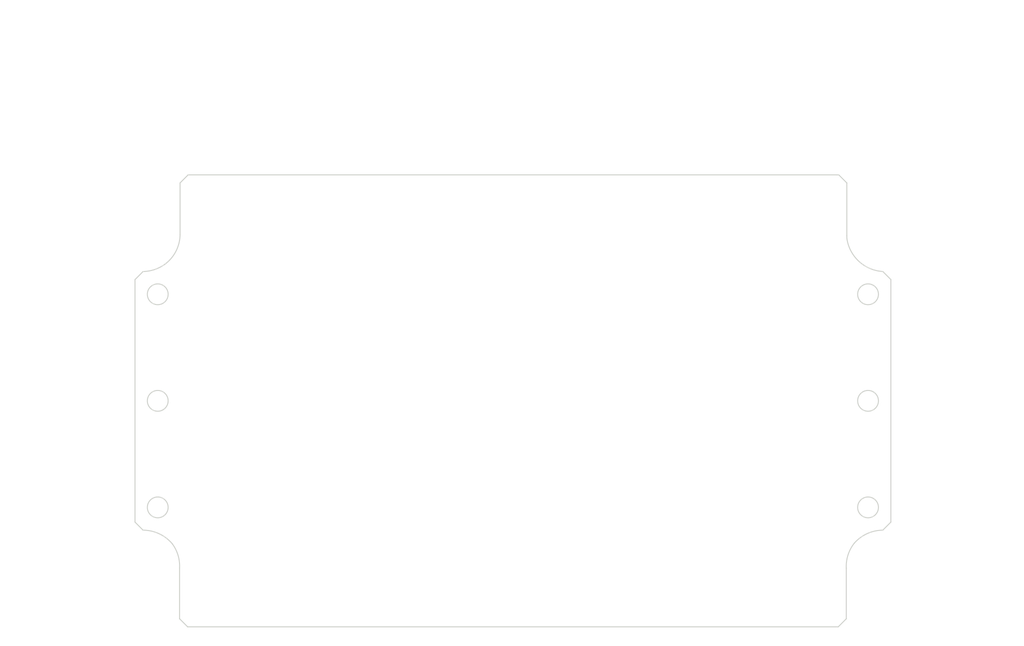
<source format=kicad_pcb>
(kicad_pcb (version 20171130) (host pcbnew "(5.1.0)-1")

  (general
    (thickness 1.6)
    (drawings 113)
    (tracks 0)
    (zones 0)
    (modules 0)
    (nets 1)
  )

  (page A4)
  (layers
    (0 F.Cu signal)
    (31 B.Cu signal)
    (32 B.Adhes user)
    (33 F.Adhes user)
    (34 B.Paste user)
    (35 F.Paste user)
    (36 B.SilkS user)
    (37 F.SilkS user)
    (38 B.Mask user)
    (39 F.Mask user)
    (40 Dwgs.User user)
    (41 Cmts.User user)
    (42 Eco1.User user)
    (43 Eco2.User user)
    (44 Edge.Cuts user)
    (45 Margin user)
    (46 B.CrtYd user)
    (47 F.CrtYd user)
    (48 B.Fab user)
    (49 F.Fab user)
  )

  (setup
    (last_trace_width 0.25)
    (trace_clearance 0.2)
    (zone_clearance 0.508)
    (zone_45_only no)
    (trace_min 0.2)
    (via_size 0.8)
    (via_drill 0.4)
    (via_min_size 0.4)
    (via_min_drill 0.3)
    (uvia_size 0.3)
    (uvia_drill 0.1)
    (uvias_allowed no)
    (uvia_min_size 0.2)
    (uvia_min_drill 0.1)
    (edge_width 0.05)
    (segment_width 0.2)
    (pcb_text_width 0.3)
    (pcb_text_size 1.5 1.5)
    (mod_edge_width 0.12)
    (mod_text_size 1 1)
    (mod_text_width 0.15)
    (pad_size 1.524 1.524)
    (pad_drill 0.762)
    (pad_to_mask_clearance 0.051)
    (solder_mask_min_width 0.25)
    (aux_axis_origin 0 0)
    (visible_elements FFFFFF7F)
    (pcbplotparams
      (layerselection 0x010fc_ffffffff)
      (usegerberextensions false)
      (usegerberattributes false)
      (usegerberadvancedattributes false)
      (creategerberjobfile false)
      (excludeedgelayer true)
      (linewidth 0.152400)
      (plotframeref false)
      (viasonmask false)
      (mode 1)
      (useauxorigin false)
      (hpglpennumber 1)
      (hpglpenspeed 20)
      (hpglpendiameter 15.000000)
      (psnegative false)
      (psa4output false)
      (plotreference true)
      (plotvalue true)
      (plotinvisibletext false)
      (padsonsilk false)
      (subtractmaskfromsilk false)
      (outputformat 1)
      (mirror false)
      (drillshape 1)
      (scaleselection 1)
      (outputdirectory ""))
  )

  (net 0 "")

  (net_class Default "This is the default net class."
    (clearance 0.2)
    (trace_width 0.25)
    (via_dia 0.8)
    (via_drill 0.4)
    (uvia_dia 0.3)
    (uvia_drill 0.1)
  )

  (gr_circle (center 77.821947 87.458001) (end 79.871947 87.458001) (layer Edge.Cuts) (width 0.2))
  (gr_circle (center 217.821947 129.458) (end 219.871947 129.458) (layer Edge.Cuts) (width 0.2))
  (gr_circle (center 77.821947 129.458) (end 79.871947 129.458) (layer Edge.Cuts) (width 0.2))
  (gr_circle (center 217.821947 87.458001) (end 219.871947 87.458001) (layer Edge.Cuts) (width 0.2))
  (gr_circle (center 77.821947 108.458) (end 79.871947 108.458) (layer Edge.Cuts) (width 0.2))
  (gr_circle (center 217.821947 108.458) (end 219.871947 108.458) (layer Edge.Cuts) (width 0.2))
  (gr_arc (start 74.841834 75.603324) (end 79.284993 81.497545) (angle -52.59503464) (layer Edge.Cuts) (width 0.2))
  (gr_line (start 82.222952 65.505023) (end 82.222952 75.654261) (layer Edge.Cuts) (width 0.2))
  (gr_line (start 212.046605 63.917523) (end 83.810452 63.917523) (layer Edge.Cuts) (width 0.2))
  (gr_arc (start 221.00251 75.889593) (end 213.634105 75.889593) (angle -4.867330186) (layer Edge.Cuts) (width 0.2))
  (gr_arc (start 221.167745 75.384102) (end 213.660677 76.514793) (angle -78.1132739) (layer Edge.Cuts) (width 0.2))
  (gr_arc (start 220.890807 141.078107) (end 215.102885 136.523257) (angle -41.23158714) (layer Edge.Cuts) (width 0.2))
  (gr_line (start 213.53587 151.410978) (end 213.53587 141.467468) (layer Edge.Cuts) (width 0.2))
  (gr_arc (start 74.770504 141.020091) (end 82.124717 141.404347) (angle -39.69030721) (layer Edge.Cuts) (width 0.2))
  (gr_arc (start 74.906142 141.513533) (end 80.675027 136.619102) (angle -49.52184005) (layer Edge.Cuts) (width 0.2))
  (gr_line (start 73.340595 84.55994) (end 73.340595 132.36065) (layer Edge.Cuts) (width 0.2))
  (gr_line (start 213.634105 75.889593) (end 213.634105 65.505023) (layer Edge.Cuts) (width 0.2))
  (gr_line (start 83.712217 152.998478) (end 211.94837 152.998478) (layer Edge.Cuts) (width 0.2))
  (gr_line (start 82.124717 141.404347) (end 82.124717 151.410978) (layer Edge.Cuts) (width 0.2))
  (gr_line (start 222.315404 132.361252) (end 222.315404 84.55059) (layer Edge.Cuts) (width 0.2))
  (gr_arc (start 220.792361 141.521868) (end 220.727904 133.948752) (angle -48.21073438) (layer Edge.Cuts) (width 0.2))
  (gr_arc (start 74.781071 75.365457) (end 74.928095 82.97244) (angle -35.18944546) (layer Edge.Cuts) (width 0.2))
  (gr_line (start 83.810452 63.917523) (end 82.222952 65.505023) (layer Edge.Cuts) (width 0.2))
  (gr_line (start 213.634105 65.505023) (end 212.046605 63.917523) (layer Edge.Cuts) (width 0.2))
  (gr_line (start 82.124717 151.410978) (end 83.712217 152.998478) (layer Edge.Cuts) (width 0.2))
  (gr_line (start 211.94837 152.998478) (end 213.53587 151.410978) (layer Edge.Cuts) (width 0.2))
  (gr_line (start 220.727904 133.948752) (end 222.315404 132.361252) (layer Edge.Cuts) (width 0.2))
  (gr_line (start 73.340595 132.36065) (end 74.928095 133.94815) (layer Edge.Cuts) (width 0.2))
  (gr_line (start 222.315404 84.55059) (end 220.727904 82.96309) (layer Edge.Cuts) (width 0.2))
  (gr_line (start 74.928095 82.97244) (end 73.340595 84.55994) (layer Edge.Cuts) (width 0.2))
  (gr_text [.83] (at 227.821947 99.847462) (layer Dwgs.User)
    (effects (font (size 1.7 1.53) (thickness 0.2125)))
  )
  (gr_text " 21.00" (at 227.821947 96.290026) (layer Dwgs.User)
    (effects (font (size 1.7 1.53) (thickness 0.2125)))
  )
  (gr_line (start 227.821947 106.458) (end 227.821947 101.515436) (layer Dwgs.User) (width 0.2))
  (gr_line (start 227.821947 89.458) (end 227.821947 94.400565) (layer Dwgs.User) (width 0.2))
  (gr_line (start 218.821947 108.458) (end 230.996947 108.458) (layer Dwgs.User) (width 0.2))
  (gr_line (start 218.821947 87.458001) (end 230.996947 87.458001) (layer Dwgs.User) (width 0.2))
  (gr_text "1.59 X 45.0° Chamfer" (at 222.459165 156.420817) (layer Dwgs.User)
    (effects (font (size 1.7 1.53) (thickness 0.2125)) (justify left bottom))
  )
  (gr_line (start 218.888524 155.541663) (end 221.388524 155.541663) (layer Dwgs.User) (width 0.2))
  (gr_line (start 214.939206 153.397545) (end 218.888524 155.541663) (layer Dwgs.User) (width 0.2))
  (gr_line (start 214.700643 153.836962) (end 215.177769 152.958127) (layer Dwgs.User) (width 0.2))
  (gr_line (start 212.74212 152.204728) (end 214.700643 153.836962) (layer Dwgs.User) (width 0.2))
  (gr_line (start 215.177769 152.958127) (end 212.74212 152.204728) (layer Dwgs.User) (width 0.2))
  (gr_line (start 214.700647 153.836961) (end 215.17777 152.958127) (layer Dwgs.User) (width 0.2))
  (gr_line (start 212.742124 152.204729) (end 214.700647 153.836961) (layer Dwgs.User) (width 0.2))
  (gr_line (start 215.17777 152.958127) (end 212.742124 152.204729) (layer Dwgs.User) (width 0.2))
  (gr_line (start 214.939206 153.397545) (end 212.74212 152.204728) (layer Dwgs.User) (width 0.2))
  (gr_text [5.51] (at 140.367299 48.261384) (layer Dwgs.User)
    (effects (font (size 1.7 1.53) (thickness 0.2125)))
  )
  (gr_text " 140.00" (at 140.367299 44.703949) (layer Dwgs.User)
    (effects (font (size 1.7 1.53) (thickness 0.2125)))
  )
  (gr_line (start 215.821947 46.371923) (end 145.072313 46.371923) (layer Dwgs.User) (width 0.2))
  (gr_line (start 79.821947 46.371923) (end 135.662285 46.371923) (layer Dwgs.User) (width 0.2))
  (gr_line (start 217.821947 86.458001) (end 217.821947 43.196923) (layer Dwgs.User) (width 0.2))
  (gr_line (start 77.821947 86.458001) (end 77.821947 43.196923) (layer Dwgs.User) (width 0.2))
  (gr_text [1.65] (at 239.821947 110.347462) (layer Dwgs.User)
    (effects (font (size 1.7 1.53) (thickness 0.2125)))
  )
  (gr_text " 42.00" (at 239.821947 106.790026) (layer Dwgs.User)
    (effects (font (size 1.7 1.53) (thickness 0.2125)))
  )
  (gr_line (start 239.821947 127.458) (end 239.821947 112.015436) (layer Dwgs.User) (width 0.2))
  (gr_line (start 239.821947 89.458) (end 239.821947 104.900565) (layer Dwgs.User) (width 0.2))
  (gr_line (start 218.821947 129.458) (end 242.996947 129.458) (layer Dwgs.User) (width 0.2))
  (gr_line (start 218.821947 87.458001) (end 242.996947 87.458001) (layer Dwgs.User) (width 0.2))
  (gr_text [5.17] (at 153.166306 59.95858) (layer Dwgs.User)
    (effects (font (size 1.7 1.53) (thickness 0.2125)))
  )
  (gr_text " 131.41" (at 153.166306 56.400565) (layer Dwgs.User)
    (effects (font (size 1.7 1.53) (thickness 0.2125)))
  )
  (gr_line (start 211.634105 58.069119) (end 157.710133 58.069119) (layer Dwgs.User) (width 0.2))
  (gr_line (start 84.222952 58.069119) (end 148.62248 58.069119) (layer Dwgs.User) (width 0.2))
  (gr_line (start 213.634105 64.505023) (end 213.634105 54.894119) (layer Dwgs.User) (width 0.2))
  (gr_line (start 82.222952 64.505023) (end 82.222952 54.894119) (layer Dwgs.User) (width 0.2))
  (gr_text [.35] (at 65.99488 50.484032) (layer Dwgs.User)
    (effects (font (size 1.7 1.53) (thickness 0.2125)))
  )
  (gr_text " 8.88" (at 65.99488 46.926597) (layer Dwgs.User)
    (effects (font (size 1.7 1.53) (thickness 0.2125)))
  )
  (gr_line (start 73.340595 48.594571) (end 69.383727 48.594571) (layer Dwgs.User) (width 0.2))
  (gr_line (start 80.222952 48.594571) (end 75.340595 48.594571) (layer Dwgs.User) (width 0.2))
  (gr_line (start 82.222952 64.505023) (end 82.222952 45.419571) (layer Dwgs.User) (width 0.2))
  (gr_line (start 73.340595 83.55994) (end 73.340595 45.419571) (layer Dwgs.User) (width 0.2))
  (gr_text [.75] (at 64.215203 75.330964) (layer Dwgs.User)
    (effects (font (size 1.7 1.53) (thickness 0.2125)))
  )
  (gr_text " 19.05" (at 64.215203 71.777008) (layer Dwgs.User)
    (effects (font (size 1.7 1.53) (thickness 0.2125)))
  )
  (gr_line (start 64.215203 65.917523) (end 64.215203 69.891025) (layer Dwgs.User) (width 0.2))
  (gr_line (start 64.215203 80.97244) (end 64.215203 76.998938) (layer Dwgs.User) (width 0.2))
  (gr_line (start 82.810452 63.917523) (end 61.040203 63.917523) (layer Dwgs.User) (width 0.2))
  (gr_line (start 73.928095 82.97244) (end 61.040203 82.97244) (layer Dwgs.User) (width 0.2))
  (gr_text [2.01] (at 62.670343 114.390236) (layer Dwgs.User)
    (effects (font (size 1.7 1.53) (thickness 0.2125)))
  )
  (gr_text " 50.98" (at 62.670343 110.832801) (layer Dwgs.User)
    (effects (font (size 1.7 1.53) (thickness 0.2125)))
  )
  (gr_line (start 62.670343 131.94815) (end 62.670343 116.058211) (layer Dwgs.User) (width 0.2))
  (gr_line (start 62.670343 84.97244) (end 62.670343 108.94334) (layer Dwgs.User) (width 0.2))
  (gr_line (start 73.928095 133.94815) (end 59.495343 133.94815) (layer Dwgs.User) (width 0.2))
  (gr_line (start 73.928095 82.97244) (end 59.495343 82.97244) (layer Dwgs.User) (width 0.2))
  (gr_text [.18] (at 65.951748 99.347462) (layer Dwgs.User)
    (effects (font (size 1.7 1.53) (thickness 0.2125)))
  )
  (gr_text " 4.48" (at 65.951748 95.790026) (layer Dwgs.User)
    (effects (font (size 1.7 1.53) (thickness 0.2125)))
  )
  (gr_line (start 71.340595 97.458) (end 69.340595 97.458) (layer Dwgs.User) (width 0.2))
  (gr_line (start 79.821947 97.458) (end 81.821947 97.458) (layer Dwgs.User) (width 0.2))
  (gr_line (start 77.821947 88.458) (end 77.821947 100.633) (layer Dwgs.User) (width 0.2))
  (gr_text [.93] (at 91.323517 77.577223) (layer Dwgs.User)
    (effects (font (size 1.7 1.53) (thickness 0.2125)))
  )
  (gr_text " 23.54" (at 91.323517 74.019208) (layer Dwgs.User)
    (effects (font (size 1.7 1.53) (thickness 0.2125)))
  )
  (gr_line (start 91.323517 65.917523) (end 91.323517 72.129747) (layer Dwgs.User) (width 0.2))
  (gr_line (start 91.323517 85.458001) (end 91.323517 79.245777) (layer Dwgs.User) (width 0.2))
  (gr_line (start 78.821947 87.458001) (end 94.498517 87.458001) (layer Dwgs.User) (width 0.2))
  (gr_line (start 77.821947 87.548) (end 77.821947 87.368001) (layer Dwgs.User) (width 0.2))
  (gr_line (start 77.731947 87.458001) (end 77.911947 87.458001) (layer Dwgs.User) (width 0.2))
  (gr_text " ∅4.10\n[∅0.16]" (at 92.800265 99.83785) (layer Dwgs.User)
    (effects (font (size 1.7 1.53) (thickness 0.2125)))
  )
  (gr_line (start 86.263396 99.83785) (end 80.10358 90.80414) (layer Dwgs.User) (width 0.2))
  (gr_line (start 88.263396 99.83785) (end 86.263396 99.83785) (layer Dwgs.User) (width 0.2))
  (gr_text [R0.30] (at 230.477599 146.27087) (layer Dwgs.User)
    (effects (font (size 1.7 1.53) (thickness 0.2125)))
  )
  (gr_text " R7.57" (at 230.477599 142.716914) (layer Dwgs.User)
    (effects (font (size 1.7 1.53) (thickness 0.2125)))
  )
  (gr_line (start 224.006828 144.381409) (end 216.628195 137.817491) (layer Dwgs.User) (width 0.2))
  (gr_line (start 226.006828 144.381409) (end 224.006828 144.381409) (layer Dwgs.User) (width 0.2))
  (gr_text [3.51] (at 50.758364 110.347462) (layer Dwgs.User)
    (effects (font (size 1.7 1.53) (thickness 0.2125)))
  )
  (gr_text " 89.08" (at 50.758364 106.790026) (layer Dwgs.User)
    (effects (font (size 1.7 1.53) (thickness 0.2125)))
  )
  (gr_line (start 50.758364 65.917523) (end 50.758364 104.900565) (layer Dwgs.User) (width 0.2))
  (gr_line (start 50.758364 150.998478) (end 50.758364 112.015436) (layer Dwgs.User) (width 0.2))
  (gr_line (start 82.810452 63.917523) (end 47.583364 63.917523) (layer Dwgs.User) (width 0.2))
  (gr_line (start 82.712217 152.998478) (end 47.583364 152.998478) (layer Dwgs.User) (width 0.2))
  (gr_text [5.87] (at 138.191935 34.618303) (layer Dwgs.User)
    (effects (font (size 1.7 1.53) (thickness 0.2125)))
  )
  (gr_text " 148.97" (at 138.191935 31.060868) (layer Dwgs.User)
    (effects (font (size 1.7 1.53) (thickness 0.2125)))
  )
  (gr_line (start 220.315404 32.728842) (end 142.899848 32.728842) (layer Dwgs.User) (width 0.2))
  (gr_line (start 75.340595 32.728842) (end 133.484022 32.728842) (layer Dwgs.User) (width 0.2))
  (gr_line (start 222.315404 83.55059) (end 222.315404 29.553842) (layer Dwgs.User) (width 0.2))
  (gr_line (start 73.340595 83.55994) (end 73.340595 29.553842) (layer Dwgs.User) (width 0.2))

)

</source>
